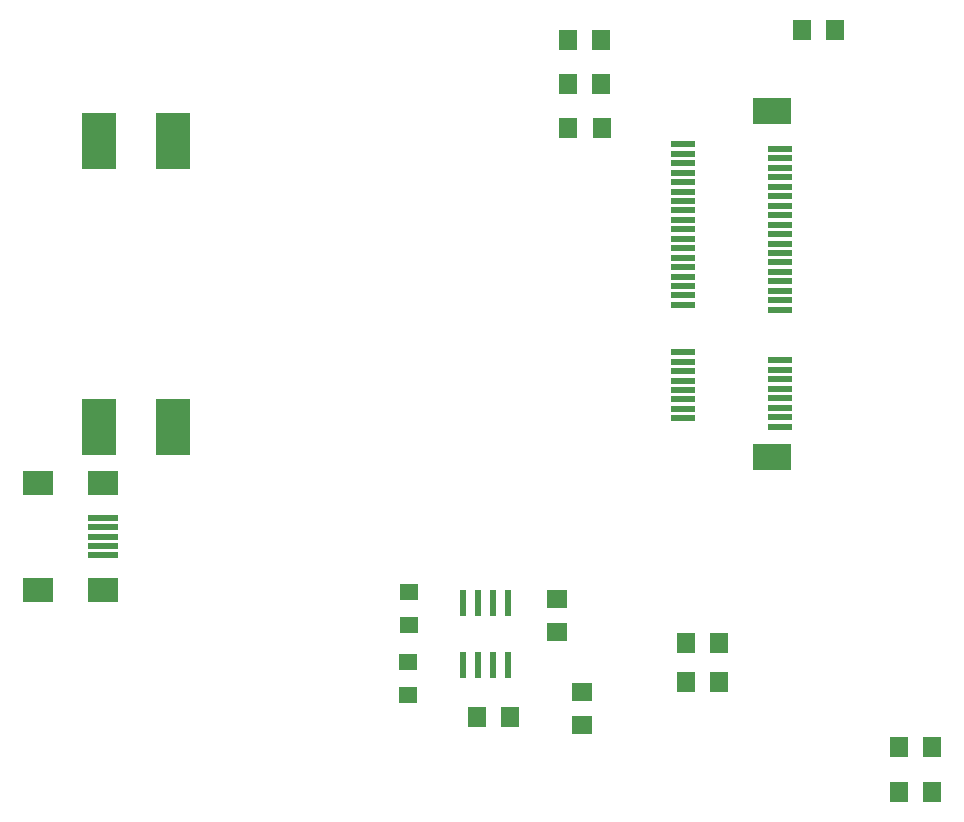
<source format=gtp>
G75*
G70*
%OFA0B0*%
%FSLAX24Y24*%
%IPPOS*%
%LPD*%
%AMOC8*
5,1,8,0,0,1.08239X$1,22.5*
%
%ADD10R,0.0630X0.0709*%
%ADD11R,0.0984X0.0197*%
%ADD12R,0.0984X0.0787*%
%ADD13R,0.1260X0.0906*%
%ADD14R,0.0787X0.0236*%
%ADD15R,0.1181X0.1890*%
%ADD16R,0.0236X0.0866*%
%ADD17R,0.0630X0.0551*%
%ADD18R,0.0709X0.0630*%
D10*
X017980Y007103D03*
X019083Y007103D03*
X024956Y008257D03*
X026058Y008257D03*
X026058Y009565D03*
X024956Y009565D03*
X032048Y006099D03*
X033151Y006099D03*
X033150Y004598D03*
X032047Y004598D03*
X022145Y026730D03*
X021042Y026730D03*
X021038Y028192D03*
X022140Y028192D03*
X022140Y029652D03*
X021038Y029652D03*
X028810Y029978D03*
X029912Y029978D03*
D11*
X005515Y013737D03*
X005515Y013422D03*
X005515Y013107D03*
X005515Y012792D03*
X005515Y012477D03*
D12*
X003350Y011336D03*
X005515Y011336D03*
X005515Y014879D03*
X003350Y014879D03*
D13*
X027840Y015748D03*
X027840Y027303D03*
D14*
X028076Y026024D03*
X028076Y025709D03*
X028076Y025394D03*
X028076Y025079D03*
X028076Y024764D03*
X028076Y024449D03*
X028076Y024134D03*
X028076Y023819D03*
X028076Y023504D03*
X028076Y023189D03*
X028076Y022874D03*
X028076Y022559D03*
X028076Y022244D03*
X028076Y021929D03*
X028076Y021614D03*
X028076Y021299D03*
X028076Y020984D03*
X028076Y020669D03*
X028076Y018976D03*
X028076Y018661D03*
X028076Y018346D03*
X028076Y018031D03*
X028076Y017716D03*
X028076Y017401D03*
X028076Y017087D03*
X028076Y016772D03*
X024848Y017047D03*
X024848Y017362D03*
X024848Y017677D03*
X024848Y017992D03*
X024848Y018307D03*
X024848Y018622D03*
X024848Y018937D03*
X024848Y019252D03*
X024848Y020827D03*
X024848Y021142D03*
X024848Y021457D03*
X024848Y021772D03*
X024848Y022087D03*
X024848Y022401D03*
X024848Y022716D03*
X024848Y023031D03*
X024848Y023346D03*
X024848Y023661D03*
X024848Y023976D03*
X024848Y024291D03*
X024848Y024606D03*
X024848Y024921D03*
X024848Y025236D03*
X024848Y025551D03*
X024848Y025866D03*
X024848Y026181D03*
D15*
X007859Y026299D03*
X005379Y026299D03*
X005379Y016772D03*
X007859Y016772D03*
D16*
X017542Y010882D03*
X018042Y010882D03*
X018542Y010882D03*
X019042Y010882D03*
X019042Y008835D03*
X018542Y008835D03*
X018042Y008835D03*
X017542Y008835D03*
D17*
X015685Y008929D03*
X015685Y007826D03*
X015739Y010158D03*
X015739Y011260D03*
D18*
X020652Y011028D03*
X020652Y009925D03*
X021486Y007913D03*
X021486Y006811D03*
M02*

</source>
